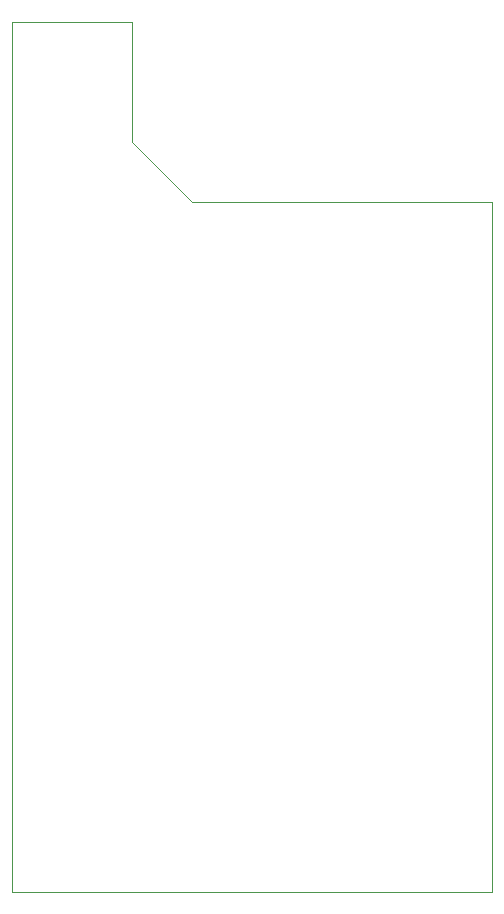
<source format=gbr>
%TF.GenerationSoftware,KiCad,Pcbnew,8.0.4*%
%TF.CreationDate,2024-09-22T15:27:49+02:00*%
%TF.ProjectId,blue_64,626c7565-5f36-4342-9e6b-696361645f70,1.0*%
%TF.SameCoordinates,PX3dc4fd0PY7445a00*%
%TF.FileFunction,Profile,NP*%
%FSLAX46Y46*%
G04 Gerber Fmt 4.6, Leading zero omitted, Abs format (unit mm)*
G04 Created by KiCad (PCBNEW 8.0.4) date 2024-09-22 15:27:49*
%MOMM*%
%LPD*%
G01*
G04 APERTURE LIST*
%TA.AperFunction,Profile*%
%ADD10C,0.050000*%
%TD*%
G04 APERTURE END LIST*
D10*
X10160000Y73660000D02*
X10160000Y63500000D01*
X0Y73660000D02*
X10160000Y73660000D01*
X40640000Y58420000D02*
X40640000Y0D01*
X0Y0D02*
X0Y73660000D01*
X40640000Y0D02*
X0Y0D01*
X15240000Y58420000D02*
X40640000Y58420000D01*
X10160000Y63500000D02*
X15240000Y58420000D01*
M02*

</source>
